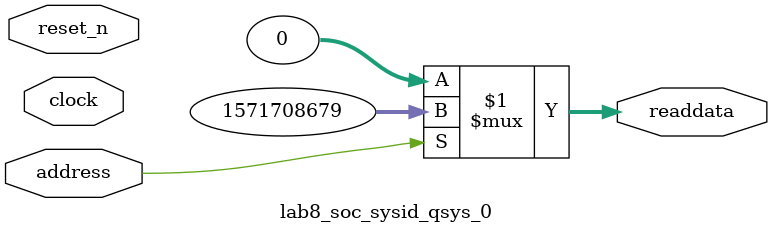
<source format=v>



// synthesis translate_off
`timescale 1ns / 1ps
// synthesis translate_on

// turn off superfluous verilog processor warnings 
// altera message_level Level1 
// altera message_off 10034 10035 10036 10037 10230 10240 10030 

module lab8_soc_sysid_qsys_0 (
               // inputs:
                address,
                clock,
                reset_n,

               // outputs:
                readdata
             )
;

  output  [ 31: 0] readdata;
  input            address;
  input            clock;
  input            reset_n;

  wire    [ 31: 0] readdata;
  //control_slave, which is an e_avalon_slave
  assign readdata = address ? 1571708679 : 0;

endmodule



</source>
